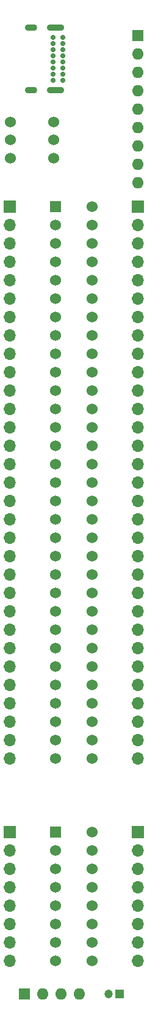
<source format=gbr>
G04 #@! TF.GenerationSoftware,KiCad,Pcbnew,(5.1.8)-1*
G04 #@! TF.CreationDate,2022-11-03T13:55:50-06:00*
G04 #@! TF.ProjectId,Breadboard Adapter,42726561-6462-46f6-9172-642041646170,rev?*
G04 #@! TF.SameCoordinates,Original*
G04 #@! TF.FileFunction,Soldermask,Bot*
G04 #@! TF.FilePolarity,Negative*
%FSLAX46Y46*%
G04 Gerber Fmt 4.6, Leading zero omitted, Abs format (unit mm)*
G04 Created by KiCad (PCBNEW (5.1.8)-1) date 2022-11-03 13:55:50*
%MOMM*%
%LPD*%
G01*
G04 APERTURE LIST*
%ADD10O,1.700000X1.700000*%
%ADD11R,1.700000X1.700000*%
%ADD12C,1.524000*%
%ADD13O,1.600000X1.600000*%
%ADD14R,1.600000X1.600000*%
%ADD15R,1.524000X1.524000*%
%ADD16O,1.700000X0.900000*%
%ADD17O,2.400000X0.900000*%
%ADD18C,0.700000*%
%ADD19C,1.200000*%
%ADD20R,1.200000X1.200000*%
G04 APERTURE END LIST*
D10*
G04 #@! TO.C,J6*
X111760000Y-142240000D03*
X111760000Y-139700000D03*
X111760000Y-137160000D03*
X111760000Y-134620000D03*
X111760000Y-132080000D03*
X111760000Y-129540000D03*
X111760000Y-127000000D03*
D11*
X111760000Y-124460000D03*
G04 #@! TD*
D10*
G04 #@! TO.C,J5*
X93980000Y-142240000D03*
X93980000Y-139700000D03*
X93980000Y-137160000D03*
X93980000Y-134620000D03*
X93980000Y-132080000D03*
X93980000Y-129540000D03*
X93980000Y-127000000D03*
D11*
X93980000Y-124460000D03*
G04 #@! TD*
D10*
G04 #@! TO.C,J4*
X111760000Y-114300000D03*
X111760000Y-111760000D03*
X111760000Y-109220000D03*
X111760000Y-106680000D03*
X111760000Y-104140000D03*
X111760000Y-101600000D03*
X111760000Y-99060000D03*
X111760000Y-96520000D03*
X111760000Y-93980000D03*
X111760000Y-91440000D03*
X111760000Y-88900000D03*
X111760000Y-86360000D03*
X111760000Y-83820000D03*
X111760000Y-81280000D03*
X111760000Y-78740000D03*
X111760000Y-76200000D03*
X111760000Y-73660000D03*
X111760000Y-71120000D03*
X111760000Y-68580000D03*
X111760000Y-66040000D03*
X111760000Y-63500000D03*
X111760000Y-60960000D03*
X111760000Y-58420000D03*
X111760000Y-55880000D03*
X111760000Y-53340000D03*
X111760000Y-50800000D03*
X111760000Y-48260000D03*
X111760000Y-45720000D03*
X111760000Y-43180000D03*
X111760000Y-40640000D03*
D11*
X111760000Y-38100000D03*
G04 #@! TD*
D10*
G04 #@! TO.C,J3*
X93980000Y-114300000D03*
X93980000Y-111760000D03*
X93980000Y-109220000D03*
X93980000Y-106680000D03*
X93980000Y-104140000D03*
X93980000Y-101600000D03*
X93980000Y-99060000D03*
X93980000Y-96520000D03*
X93980000Y-93980000D03*
X93980000Y-91440000D03*
X93980000Y-88900000D03*
X93980000Y-86360000D03*
X93980000Y-83820000D03*
X93980000Y-81280000D03*
X93980000Y-78740000D03*
X93980000Y-76200000D03*
X93980000Y-73660000D03*
X93980000Y-71120000D03*
X93980000Y-68580000D03*
X93980000Y-66040000D03*
X93980000Y-63500000D03*
X93980000Y-60960000D03*
X93980000Y-58420000D03*
X93980000Y-55880000D03*
X93980000Y-53340000D03*
X93980000Y-50800000D03*
X93980000Y-48260000D03*
X93980000Y-45720000D03*
X93980000Y-43180000D03*
X93980000Y-40640000D03*
D11*
X93980000Y-38100000D03*
G04 #@! TD*
D12*
G04 #@! TO.C,SW1*
X94076000Y-31416000D03*
X94076000Y-28916000D03*
X94076000Y-26416000D03*
X100076000Y-26416000D03*
X100076000Y-28916000D03*
X100076000Y-31416000D03*
G04 #@! TD*
D13*
G04 #@! TO.C,RN2*
X103632000Y-146812000D03*
X101092000Y-146812000D03*
X98552000Y-146812000D03*
D14*
X96012000Y-146812000D03*
G04 #@! TD*
D13*
G04 #@! TO.C,RN1*
X111760000Y-34798000D03*
X111760000Y-32258000D03*
X111760000Y-29718000D03*
X111760000Y-27178000D03*
X111760000Y-24638000D03*
X111760000Y-22098000D03*
X111760000Y-19558000D03*
X111760000Y-17018000D03*
D14*
X111760000Y-14478000D03*
G04 #@! TD*
D12*
G04 #@! TO.C,J9*
X105410000Y-114300000D03*
X105410000Y-111760000D03*
X105410000Y-109220000D03*
X105410000Y-106680000D03*
X105410000Y-104140000D03*
X105410000Y-101600000D03*
X105410000Y-99060000D03*
X105410000Y-96520000D03*
X105410000Y-93980000D03*
X105410000Y-91440000D03*
X105410000Y-88900000D03*
X105410000Y-86360000D03*
X105410000Y-83820000D03*
X105410000Y-81280000D03*
X105410000Y-78740000D03*
X105410000Y-76200000D03*
X105410000Y-73660000D03*
X105410000Y-71120000D03*
X105410000Y-68580000D03*
X105410000Y-66040000D03*
X105410000Y-63500000D03*
X105410000Y-60960000D03*
X105410000Y-58420000D03*
X105410000Y-55880000D03*
X105410000Y-53340000D03*
X105410000Y-50800000D03*
X105410000Y-48260000D03*
X105410000Y-45720000D03*
X105410000Y-43180000D03*
X105410000Y-40640000D03*
X105410000Y-38100000D03*
X100330000Y-114300000D03*
X100330000Y-111760000D03*
X100330000Y-109220000D03*
X100330000Y-106680000D03*
X100330000Y-104140000D03*
X100330000Y-101600000D03*
X100330000Y-99060000D03*
X100330000Y-96520000D03*
X100330000Y-93980000D03*
X100330000Y-91440000D03*
X100330000Y-88900000D03*
X100330000Y-86360000D03*
X100330000Y-83820000D03*
X100330000Y-81280000D03*
X100330000Y-78740000D03*
X100330000Y-76200000D03*
X100330000Y-73660000D03*
X100330000Y-71120000D03*
X100330000Y-68580000D03*
X100330000Y-66040000D03*
X100330000Y-63500000D03*
X100330000Y-60960000D03*
X100330000Y-58420000D03*
X100330000Y-55880000D03*
X100330000Y-53340000D03*
X100330000Y-50800000D03*
X100330000Y-48260000D03*
X100330000Y-45720000D03*
X100330000Y-43180000D03*
X100330000Y-40640000D03*
D15*
X100330000Y-38100000D03*
G04 #@! TD*
D16*
G04 #@! TO.C,J2*
X96986000Y-22032000D03*
X96986000Y-13382000D03*
D17*
X100366000Y-22032000D03*
X100366000Y-13382000D03*
D18*
X99996000Y-18132000D03*
X99996000Y-20682000D03*
X99996000Y-19832000D03*
X99996000Y-18982000D03*
X99996000Y-14732000D03*
X99996000Y-16432000D03*
X99996000Y-17282000D03*
X99996000Y-15582000D03*
X101346000Y-20682000D03*
X101346000Y-19832000D03*
X101346000Y-18982000D03*
X101346000Y-18132000D03*
X101346000Y-17282000D03*
X101346000Y-16432000D03*
X101346000Y-15582000D03*
X101346000Y-14732000D03*
G04 #@! TD*
D12*
G04 #@! TO.C,J1*
X105410000Y-124460000D03*
X105410000Y-127000000D03*
D15*
X100330000Y-124460000D03*
D12*
X100330000Y-127000000D03*
X100330000Y-129540000D03*
X100330000Y-132080000D03*
X100330000Y-134620000D03*
X100330000Y-137160000D03*
X100330000Y-139700000D03*
X100330000Y-142240000D03*
X105410000Y-142240000D03*
X105410000Y-139700000D03*
X105410000Y-137160000D03*
X105410000Y-134620000D03*
X105410000Y-132080000D03*
X105410000Y-129540000D03*
G04 #@! TD*
D19*
G04 #@! TO.C,C1*
X107696000Y-146812000D03*
D20*
X109196000Y-146812000D03*
G04 #@! TD*
M02*

</source>
